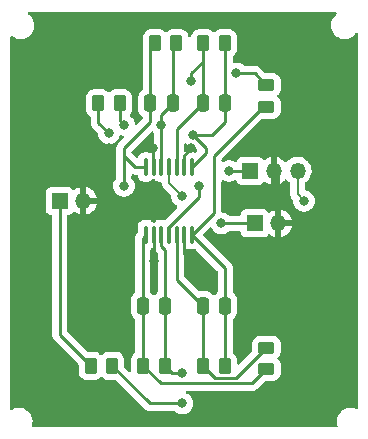
<source format=gbr>
%TF.GenerationSoftware,KiCad,Pcbnew,(6.0.2)*%
%TF.CreationDate,2022-05-06T08:02:59-03:00*%
%TF.ProjectId,Nono_Circuito_SMD,4e6f6e6f-5f43-4697-9263-7569746f5f53,rev?*%
%TF.SameCoordinates,Original*%
%TF.FileFunction,Copper,L1,Top*%
%TF.FilePolarity,Positive*%
%FSLAX46Y46*%
G04 Gerber Fmt 4.6, Leading zero omitted, Abs format (unit mm)*
G04 Created by KiCad (PCBNEW (6.0.2)) date 2022-05-06 08:02:59*
%MOMM*%
%LPD*%
G01*
G04 APERTURE LIST*
G04 Aperture macros list*
%AMRoundRect*
0 Rectangle with rounded corners*
0 $1 Rounding radius*
0 $2 $3 $4 $5 $6 $7 $8 $9 X,Y pos of 4 corners*
0 Add a 4 corners polygon primitive as box body*
4,1,4,$2,$3,$4,$5,$6,$7,$8,$9,$2,$3,0*
0 Add four circle primitives for the rounded corners*
1,1,$1+$1,$2,$3*
1,1,$1+$1,$4,$5*
1,1,$1+$1,$6,$7*
1,1,$1+$1,$8,$9*
0 Add four rect primitives between the rounded corners*
20,1,$1+$1,$2,$3,$4,$5,0*
20,1,$1+$1,$4,$5,$6,$7,0*
20,1,$1+$1,$6,$7,$8,$9,0*
20,1,$1+$1,$8,$9,$2,$3,0*%
G04 Aperture macros list end*
%TA.AperFunction,SMDPad,CuDef*%
%ADD10RoundRect,0.250000X0.450000X-0.262500X0.450000X0.262500X-0.450000X0.262500X-0.450000X-0.262500X0*%
%TD*%
%TA.AperFunction,SMDPad,CuDef*%
%ADD11RoundRect,0.250000X-0.262500X-0.450000X0.262500X-0.450000X0.262500X0.450000X-0.262500X0.450000X0*%
%TD*%
%TA.AperFunction,SMDPad,CuDef*%
%ADD12RoundRect,0.100000X0.100000X-0.637500X0.100000X0.637500X-0.100000X0.637500X-0.100000X-0.637500X0*%
%TD*%
%TA.AperFunction,SMDPad,CuDef*%
%ADD13RoundRect,0.250000X-0.250000X-0.475000X0.250000X-0.475000X0.250000X0.475000X-0.250000X0.475000X0*%
%TD*%
%TA.AperFunction,ComponentPad*%
%ADD14R,1.350000X1.350000*%
%TD*%
%TA.AperFunction,ComponentPad*%
%ADD15O,1.350000X1.350000*%
%TD*%
%TA.AperFunction,SMDPad,CuDef*%
%ADD16RoundRect,0.250000X0.250000X0.475000X-0.250000X0.475000X-0.250000X-0.475000X0.250000X-0.475000X0*%
%TD*%
%TA.AperFunction,SMDPad,CuDef*%
%ADD17RoundRect,0.250000X0.262500X0.450000X-0.262500X0.450000X-0.262500X-0.450000X0.262500X-0.450000X0*%
%TD*%
%TA.AperFunction,ViaPad*%
%ADD18C,0.800000*%
%TD*%
%TA.AperFunction,Conductor*%
%ADD19C,0.250000*%
%TD*%
%TA.AperFunction,Conductor*%
%ADD20C,0.200000*%
%TD*%
G04 APERTURE END LIST*
D10*
%TO.P,R5,1*%
%TO.N,Net-(C1-Pad2)*%
X101600000Y-108862500D03*
%TO.P,R5,2*%
%TO.N,Net-(C3-Pad1)*%
X101600000Y-107037500D03*
%TD*%
D11*
%TO.P,R4,1*%
%TO.N,Net-(C2-Pad1)*%
X96242500Y-81280000D03*
%TO.P,R4,2*%
%TO.N,Net-(C2-Pad2)*%
X98067500Y-81280000D03*
%TD*%
D12*
%TO.P,U1,1*%
%TO.N,Net-(C1-Pad2)*%
X91395000Y-97477500D03*
%TO.P,U1,2,-*%
%TO.N,GND*%
X92045000Y-97477500D03*
%TO.P,U1,3,+*%
%TO.N,Net-(C1-Pad1)*%
X92695000Y-97477500D03*
%TO.P,U1,4,V+*%
%TO.N,+12V*%
X93345000Y-97477500D03*
%TO.P,U1,5,+*%
%TO.N,Net-(C3-Pad1)*%
X93995000Y-97477500D03*
%TO.P,U1,6,-*%
%TO.N,GND*%
X94645000Y-97477500D03*
%TO.P,U1,7*%
%TO.N,Net-(C3-Pad2)*%
X95295000Y-97477500D03*
%TO.P,U1,8*%
%TO.N,Net-(C2-Pad2)*%
X95295000Y-91752500D03*
%TO.P,U1,9,-*%
%TO.N,GND*%
X94645000Y-91752500D03*
%TO.P,U1,10,+*%
%TO.N,Net-(C2-Pad1)*%
X93995000Y-91752500D03*
%TO.P,U1,11,V-*%
%TO.N,-12V*%
X93345000Y-91752500D03*
%TO.P,U1,12,+*%
%TO.N,Net-(C4-Pad1)*%
X92695000Y-91752500D03*
%TO.P,U1,13,-*%
%TO.N,GND*%
X92045000Y-91752500D03*
%TO.P,U1,14*%
%TO.N,Net-(C4-Pad2)*%
X91395000Y-91752500D03*
%TD*%
D13*
%TO.P,C3,1*%
%TO.N,Net-(C3-Pad1)*%
X96205000Y-103505000D03*
%TO.P,C3,2*%
%TO.N,Net-(C3-Pad2)*%
X98105000Y-103505000D03*
%TD*%
D14*
%TO.P,J2,1,Pin_1*%
%TO.N,Net-(C4-Pad2)*%
X100600000Y-96520000D03*
D15*
%TO.P,J2,2,Pin_2*%
%TO.N,GND*%
X102600000Y-96520000D03*
%TD*%
D16*
%TO.P,C4,1*%
%TO.N,Net-(C4-Pad1)*%
X93660000Y-86360000D03*
%TO.P,C4,2*%
%TO.N,Net-(C4-Pad2)*%
X91760000Y-86360000D03*
%TD*%
D17*
%TO.P,R3,1*%
%TO.N,Net-(C1-Pad1)*%
X92987500Y-108585000D03*
%TO.P,R3,2*%
%TO.N,Net-(C1-Pad2)*%
X91162500Y-108585000D03*
%TD*%
D14*
%TO.P,J3,1,Pin_1*%
%TO.N,+12V*%
X100235000Y-92075000D03*
D15*
%TO.P,J3,2,Pin_2*%
%TO.N,GND*%
X102235000Y-92075000D03*
%TO.P,J3,3,Pin_3*%
%TO.N,-12V*%
X104235000Y-92075000D03*
%TD*%
D17*
%TO.P,R8,1*%
%TO.N,Net-(C4-Pad1)*%
X93980000Y-81280000D03*
%TO.P,R8,2*%
%TO.N,Net-(C4-Pad2)*%
X92155000Y-81280000D03*
%TD*%
D13*
%TO.P,C2,1*%
%TO.N,Net-(C2-Pad1)*%
X96205000Y-86360000D03*
%TO.P,C2,2*%
%TO.N,Net-(C2-Pad2)*%
X98105000Y-86360000D03*
%TD*%
D11*
%TO.P,R7,1*%
%TO.N,Net-(C3-Pad1)*%
X96242500Y-108585000D03*
%TO.P,R7,2*%
%TO.N,Net-(C3-Pad2)*%
X98067500Y-108585000D03*
%TD*%
D16*
%TO.P,C1,1*%
%TO.N,Net-(C1-Pad1)*%
X93025000Y-103505000D03*
%TO.P,C1,2*%
%TO.N,Net-(C1-Pad2)*%
X91125000Y-103505000D03*
%TD*%
D10*
%TO.P,R2,1*%
%TO.N,Net-(C3-Pad2)*%
X101600000Y-86637500D03*
%TO.P,R2,2*%
%TO.N,Net-(C2-Pad1)*%
X101600000Y-84812500D03*
%TD*%
D14*
%TO.P,J1,1,Pin_1*%
%TO.N,Net-(J1-Pad1)*%
X84090000Y-94615000D03*
D15*
%TO.P,J1,2,Pin_2*%
%TO.N,GND*%
X86090000Y-94615000D03*
%TD*%
D11*
%TO.P,R1,1*%
%TO.N,Net-(J1-Pad1)*%
X86717500Y-108585000D03*
%TO.P,R1,2*%
%TO.N,Net-(C1-Pad1)*%
X88542500Y-108585000D03*
%TD*%
%TO.P,R6,1*%
%TO.N,Net-(C2-Pad2)*%
X87352500Y-86360000D03*
%TO.P,R6,2*%
%TO.N,Net-(C4-Pad1)*%
X89177500Y-86360000D03*
%TD*%
D18*
%TO.N,Net-(C1-Pad1)*%
X94488000Y-109220000D03*
X94488000Y-111760000D03*
%TO.N,Net-(C2-Pad1)*%
X99060000Y-83820000D03*
X95250000Y-84455000D03*
%TO.N,Net-(C2-Pad2)*%
X88265000Y-88900000D03*
X95407500Y-89057500D03*
%TO.N,Net-(C4-Pad1)*%
X92710000Y-88175500D03*
X89535000Y-88175500D03*
%TO.N,Net-(C4-Pad2)*%
X89535000Y-93345000D03*
X97790000Y-96520000D03*
%TO.N,GND*%
X95250000Y-90170000D03*
X102235000Y-89535000D03*
X95250000Y-99695000D03*
X92075000Y-99695000D03*
X88265000Y-90170000D03*
X91970500Y-90170000D03*
%TO.N,+12V*%
X95885000Y-93345000D03*
X98425000Y-92075000D03*
%TO.N,-12V*%
X94420201Y-94174799D03*
X104775000Y-94615000D03*
%TD*%
D19*
%TO.N,Net-(C1-Pad1)*%
X94488000Y-109220000D02*
X93622500Y-109220000D01*
X88542500Y-108585000D02*
X91717500Y-111760000D01*
X91717500Y-111760000D02*
X94488000Y-111760000D01*
X93622500Y-109220000D02*
X92987500Y-108585000D01*
X93025000Y-98740000D02*
X92695000Y-98410000D01*
X93025000Y-103505000D02*
X93025000Y-108547500D01*
X93025000Y-108547500D02*
X92987500Y-108585000D01*
X92695000Y-98410000D02*
X92695000Y-97477500D01*
X93025000Y-103505000D02*
X93025000Y-98740000D01*
%TO.N,Net-(C1-Pad2)*%
X101600000Y-108862500D02*
X100403460Y-110059040D01*
X91125000Y-103505000D02*
X91125000Y-97747500D01*
X91125000Y-108547500D02*
X91162500Y-108585000D01*
X91125000Y-103505000D02*
X91125000Y-108547500D01*
X92636540Y-110059040D02*
X91162500Y-108585000D01*
X100403460Y-110059040D02*
X92636540Y-110059040D01*
X91125000Y-97747500D02*
X91395000Y-97477500D01*
%TO.N,Net-(C2-Pad1)*%
X96205000Y-86360000D02*
X93995000Y-88570000D01*
X101600000Y-84812500D02*
X100607500Y-83820000D01*
X96205000Y-82870000D02*
X96205000Y-81317500D01*
X95250000Y-84455000D02*
X95250000Y-83825000D01*
X95250000Y-83825000D02*
X96205000Y-82870000D01*
X93995000Y-88570000D02*
X93995000Y-91752500D01*
X96205000Y-86360000D02*
X96205000Y-82870000D01*
X96205000Y-81317500D02*
X96242500Y-81280000D01*
X100607500Y-83820000D02*
X99060000Y-83820000D01*
%TO.N,Net-(C2-Pad2)*%
X96997500Y-89057500D02*
X95407500Y-89057500D01*
X95407500Y-89057500D02*
X95295000Y-89170000D01*
X96520000Y-90527500D02*
X95295000Y-91752500D01*
X98105000Y-86360000D02*
X98105000Y-87950000D01*
X98105000Y-81317500D02*
X98067500Y-81280000D01*
X96520000Y-90170000D02*
X96520000Y-90527500D01*
X87352500Y-86360000D02*
X87352500Y-87987500D01*
X87352500Y-87987500D02*
X88265000Y-88900000D01*
X98105000Y-87950000D02*
X96997500Y-89057500D01*
X98105000Y-86360000D02*
X98105000Y-81317500D01*
X95407500Y-89057500D02*
X96520000Y-90170000D01*
%TO.N,Net-(C3-Pad1)*%
X97267020Y-109609520D02*
X96242500Y-108585000D01*
X101600000Y-107037500D02*
X99027980Y-109609520D01*
X96205000Y-103505000D02*
X96205000Y-108547500D01*
X93995000Y-101295000D02*
X96205000Y-103505000D01*
X93995000Y-97477500D02*
X93995000Y-101295000D01*
X96205000Y-108547500D02*
X96242500Y-108585000D01*
X99027980Y-109609520D02*
X97267020Y-109609520D01*
%TO.N,Net-(C3-Pad2)*%
X98105000Y-103505000D02*
X98105000Y-100287500D01*
X97155000Y-90805000D02*
X97155000Y-95617500D01*
X98105000Y-100287500D02*
X95295000Y-97477500D01*
X97155000Y-95617500D02*
X95295000Y-97477500D01*
X101600000Y-86637500D02*
X101322500Y-86637500D01*
X101322500Y-86637500D02*
X97155000Y-90805000D01*
X98105000Y-108547500D02*
X98067500Y-108585000D01*
X98105000Y-103505000D02*
X98105000Y-108547500D01*
%TO.N,Net-(C4-Pad1)*%
X92695000Y-87325000D02*
X92695000Y-91752500D01*
X93660000Y-86360000D02*
X92695000Y-87325000D01*
X93660000Y-86360000D02*
X93660000Y-81600000D01*
X89177500Y-87818000D02*
X89535000Y-88175500D01*
X93660000Y-81600000D02*
X93980000Y-81280000D01*
X89177500Y-86360000D02*
X89177500Y-87818000D01*
%TO.N,Net-(C4-Pad2)*%
X91760000Y-87945000D02*
X89535000Y-90170000D01*
X91760000Y-86360000D02*
X91760000Y-81675000D01*
X89535000Y-93345000D02*
X89535000Y-90805000D01*
X91760000Y-81675000D02*
X92155000Y-81280000D01*
X90482500Y-91752500D02*
X91395000Y-91752500D01*
X91760000Y-86360000D02*
X91395000Y-86725000D01*
X89535000Y-90170000D02*
X89535000Y-90805000D01*
X91760000Y-86360000D02*
X91760000Y-87945000D01*
X100600000Y-96520000D02*
X97790000Y-96520000D01*
X89535000Y-90805000D02*
X90482500Y-91752500D01*
%TO.N,Net-(J1-Pad1)*%
X84090000Y-105957500D02*
X84090000Y-94615000D01*
X86717500Y-108585000D02*
X84090000Y-105957500D01*
%TO.N,GND*%
X95250000Y-99695000D02*
X94645000Y-99090000D01*
X102235000Y-92075000D02*
X102235000Y-89535000D01*
X102600000Y-92440000D02*
X102235000Y-92075000D01*
X94645000Y-99090000D02*
X94645000Y-97477500D01*
X94645000Y-90775000D02*
X94645000Y-91752500D01*
X92045000Y-99665000D02*
X92075000Y-99695000D01*
X91970500Y-90170000D02*
X91970500Y-91678000D01*
X86090000Y-94615000D02*
X86090000Y-92345000D01*
X86090000Y-92345000D02*
X88265000Y-90170000D01*
X102600000Y-96520000D02*
X102600000Y-92440000D01*
X92045000Y-97477500D02*
X92045000Y-99665000D01*
X95250000Y-90170000D02*
X94645000Y-90775000D01*
X91970500Y-91678000D02*
X92045000Y-91752500D01*
%TO.N,+12V*%
X95885000Y-93980000D02*
X95885000Y-93345000D01*
X95885000Y-94249639D02*
X95885000Y-93980000D01*
X93345000Y-96789639D02*
X95885000Y-94249639D01*
X98425000Y-92075000D02*
X100235000Y-92075000D01*
X93345000Y-97477500D02*
X93345000Y-96789639D01*
D20*
%TO.N,-12V*%
X93345000Y-91752500D02*
X93345000Y-93099598D01*
X93345000Y-93099598D02*
X94420201Y-94174799D01*
X104235000Y-94075000D02*
X104235000Y-92075000D01*
X104775000Y-94615000D02*
X104235000Y-94075000D01*
%TD*%
%TA.AperFunction,Conductor*%
%TO.N,GND*%
G36*
X107507028Y-78633002D02*
G01*
X107553521Y-78686658D01*
X107563625Y-78756932D01*
X107534131Y-78821512D01*
X107521985Y-78833732D01*
X107508781Y-78845312D01*
X107371345Y-78965840D01*
X107241293Y-79130810D01*
X107238604Y-79135921D01*
X107238602Y-79135924D01*
X107188970Y-79230259D01*
X107143481Y-79316719D01*
X107081187Y-79517339D01*
X107056496Y-79725952D01*
X107058466Y-79756000D01*
X107070236Y-79935571D01*
X107121945Y-80139176D01*
X107209892Y-80329948D01*
X107331132Y-80501499D01*
X107481605Y-80648084D01*
X107486401Y-80651289D01*
X107486404Y-80651291D01*
X107605183Y-80730656D01*
X107656271Y-80764792D01*
X107661574Y-80767070D01*
X107661577Y-80767072D01*
X107698225Y-80782817D01*
X107849280Y-80847715D01*
X107949192Y-80870323D01*
X108048533Y-80892802D01*
X108048536Y-80892802D01*
X108054169Y-80894077D01*
X108059940Y-80894304D01*
X108059942Y-80894304D01*
X108124800Y-80896852D01*
X108264076Y-80902324D01*
X108369455Y-80887045D01*
X108466250Y-80873011D01*
X108466255Y-80873010D01*
X108471971Y-80872181D01*
X108477443Y-80870323D01*
X108477445Y-80870323D01*
X108665424Y-80806512D01*
X108670892Y-80804656D01*
X108854176Y-80702012D01*
X109015686Y-80567686D01*
X109074126Y-80497419D01*
X109124126Y-80437301D01*
X109183063Y-80397717D01*
X109254045Y-80396281D01*
X109314536Y-80433448D01*
X109345329Y-80497419D01*
X109347000Y-80517870D01*
X109347000Y-112114979D01*
X109326998Y-112183100D01*
X109273342Y-112229593D01*
X109203068Y-112239697D01*
X109174312Y-112232009D01*
X109038020Y-112177635D01*
X108847402Y-112139718D01*
X108837654Y-112137779D01*
X108837653Y-112137779D01*
X108831988Y-112136652D01*
X108826214Y-112136576D01*
X108826210Y-112136576D01*
X108719656Y-112135182D01*
X108621937Y-112133903D01*
X108616240Y-112134882D01*
X108616239Y-112134882D01*
X108478802Y-112158498D01*
X108414902Y-112169478D01*
X108217818Y-112242186D01*
X108212857Y-112245138D01*
X108212856Y-112245138D01*
X108042251Y-112346637D01*
X108042248Y-112346639D01*
X108037283Y-112349593D01*
X107879345Y-112488101D01*
X107749293Y-112653071D01*
X107651481Y-112838980D01*
X107589187Y-113039600D01*
X107564496Y-113248213D01*
X107566466Y-113278261D01*
X107578236Y-113457832D01*
X107615591Y-113604916D01*
X107623227Y-113634985D01*
X107620609Y-113705933D01*
X107580048Y-113764203D01*
X107514424Y-113791294D01*
X107501104Y-113792000D01*
X81855535Y-113792000D01*
X81787414Y-113771998D01*
X81740921Y-113718342D01*
X81730817Y-113648068D01*
X81736222Y-113625499D01*
X81759322Y-113557449D01*
X81759323Y-113557444D01*
X81761181Y-113551971D01*
X81762010Y-113546255D01*
X81762011Y-113546250D01*
X81790791Y-113347750D01*
X81791324Y-113344076D01*
X81792897Y-113284000D01*
X81773675Y-113074812D01*
X81765363Y-113045337D01*
X81718222Y-112878190D01*
X81718221Y-112878188D01*
X81716654Y-112872631D01*
X81702781Y-112844498D01*
X81626298Y-112689406D01*
X81623743Y-112684225D01*
X81498054Y-112515907D01*
X81418912Y-112442749D01*
X81348036Y-112377232D01*
X81348034Y-112377230D01*
X81343795Y-112373312D01*
X81338598Y-112370033D01*
X81171014Y-112264295D01*
X81166134Y-112261216D01*
X80971020Y-112183374D01*
X80764988Y-112142391D01*
X80759214Y-112142315D01*
X80759210Y-112142315D01*
X80652656Y-112140921D01*
X80554937Y-112139642D01*
X80549240Y-112140621D01*
X80549239Y-112140621D01*
X80353599Y-112174238D01*
X80347902Y-112175217D01*
X80150818Y-112247925D01*
X80145857Y-112250877D01*
X80145856Y-112250877D01*
X80073423Y-112293970D01*
X80004652Y-112311610D01*
X79937262Y-112289269D01*
X79892649Y-112234041D01*
X79883000Y-112185685D01*
X79883000Y-95338134D01*
X82906500Y-95338134D01*
X82913255Y-95400316D01*
X82964385Y-95536705D01*
X83051739Y-95653261D01*
X83168295Y-95740615D01*
X83304684Y-95791745D01*
X83331914Y-95794703D01*
X83344108Y-95796028D01*
X83409670Y-95823270D01*
X83450096Y-95881634D01*
X83456500Y-95921291D01*
X83456500Y-105878733D01*
X83455973Y-105889916D01*
X83454298Y-105897409D01*
X83454547Y-105905335D01*
X83454547Y-105905336D01*
X83456438Y-105965486D01*
X83456500Y-105969445D01*
X83456500Y-105997356D01*
X83456997Y-106001290D01*
X83456997Y-106001291D01*
X83457005Y-106001356D01*
X83457938Y-106013193D01*
X83459327Y-106057389D01*
X83464978Y-106076839D01*
X83468987Y-106096200D01*
X83471526Y-106116297D01*
X83474445Y-106123668D01*
X83474445Y-106123670D01*
X83487804Y-106157412D01*
X83491649Y-106168642D01*
X83503982Y-106211093D01*
X83508015Y-106217912D01*
X83508017Y-106217917D01*
X83514293Y-106228528D01*
X83522988Y-106246276D01*
X83530448Y-106265117D01*
X83535110Y-106271533D01*
X83535110Y-106271534D01*
X83556436Y-106300887D01*
X83562952Y-106310807D01*
X83585458Y-106348862D01*
X83599779Y-106363183D01*
X83612619Y-106378216D01*
X83624528Y-106394607D01*
X83630634Y-106399658D01*
X83658605Y-106422798D01*
X83667384Y-106430788D01*
X85659595Y-108422999D01*
X85693621Y-108485311D01*
X85696500Y-108512094D01*
X85696500Y-109085400D01*
X85696837Y-109088646D01*
X85696837Y-109088650D01*
X85705807Y-109175095D01*
X85707474Y-109191166D01*
X85763450Y-109358946D01*
X85856522Y-109509348D01*
X85981697Y-109634305D01*
X85987927Y-109638145D01*
X85987928Y-109638146D01*
X86125090Y-109722694D01*
X86132262Y-109727115D01*
X86212005Y-109753564D01*
X86293611Y-109780632D01*
X86293613Y-109780632D01*
X86300139Y-109782797D01*
X86306975Y-109783497D01*
X86306978Y-109783498D01*
X86350031Y-109787909D01*
X86404600Y-109793500D01*
X87030400Y-109793500D01*
X87033646Y-109793163D01*
X87033650Y-109793163D01*
X87129308Y-109783238D01*
X87129312Y-109783237D01*
X87136166Y-109782526D01*
X87142702Y-109780345D01*
X87142704Y-109780345D01*
X87274806Y-109736272D01*
X87303946Y-109726550D01*
X87454348Y-109633478D01*
X87540784Y-109546891D01*
X87603066Y-109512812D01*
X87673886Y-109517815D01*
X87718976Y-109546736D01*
X87806697Y-109634305D01*
X87812927Y-109638145D01*
X87812928Y-109638146D01*
X87950090Y-109722694D01*
X87957262Y-109727115D01*
X88037005Y-109753564D01*
X88118611Y-109780632D01*
X88118613Y-109780632D01*
X88125139Y-109782797D01*
X88131975Y-109783497D01*
X88131978Y-109783498D01*
X88175031Y-109787909D01*
X88229600Y-109793500D01*
X88802906Y-109793500D01*
X88871027Y-109813502D01*
X88892001Y-109830405D01*
X91213848Y-112152253D01*
X91221388Y-112160539D01*
X91225500Y-112167018D01*
X91231277Y-112172443D01*
X91275151Y-112213643D01*
X91277993Y-112216398D01*
X91297730Y-112236135D01*
X91300927Y-112238615D01*
X91309947Y-112246318D01*
X91342179Y-112276586D01*
X91349125Y-112280405D01*
X91349128Y-112280407D01*
X91359934Y-112286348D01*
X91376453Y-112297199D01*
X91392459Y-112309614D01*
X91399728Y-112312759D01*
X91399732Y-112312762D01*
X91433037Y-112327174D01*
X91443687Y-112332391D01*
X91482440Y-112353695D01*
X91490115Y-112355666D01*
X91490116Y-112355666D01*
X91502062Y-112358733D01*
X91520767Y-112365137D01*
X91539355Y-112373181D01*
X91547178Y-112374420D01*
X91547188Y-112374423D01*
X91583024Y-112380099D01*
X91594644Y-112382505D01*
X91629789Y-112391528D01*
X91637470Y-112393500D01*
X91657724Y-112393500D01*
X91677434Y-112395051D01*
X91697443Y-112398220D01*
X91705335Y-112397474D01*
X91741461Y-112394059D01*
X91753319Y-112393500D01*
X93779800Y-112393500D01*
X93847921Y-112413502D01*
X93867147Y-112429843D01*
X93867420Y-112429540D01*
X93872332Y-112433963D01*
X93876747Y-112438866D01*
X93898329Y-112454546D01*
X93977395Y-112511991D01*
X94031248Y-112551118D01*
X94037276Y-112553802D01*
X94037278Y-112553803D01*
X94199681Y-112626109D01*
X94205712Y-112628794D01*
X94298581Y-112648534D01*
X94386056Y-112667128D01*
X94386061Y-112667128D01*
X94392513Y-112668500D01*
X94583487Y-112668500D01*
X94589939Y-112667128D01*
X94589944Y-112667128D01*
X94677419Y-112648534D01*
X94770288Y-112628794D01*
X94776319Y-112626109D01*
X94938722Y-112553803D01*
X94938724Y-112553802D01*
X94944752Y-112551118D01*
X95099253Y-112438866D01*
X95135851Y-112398220D01*
X95222621Y-112301852D01*
X95222622Y-112301851D01*
X95227040Y-112296944D01*
X95292768Y-112183100D01*
X95319223Y-112137279D01*
X95319224Y-112137278D01*
X95322527Y-112131556D01*
X95381542Y-111949928D01*
X95401504Y-111760000D01*
X95381542Y-111570072D01*
X95322527Y-111388444D01*
X95227040Y-111223056D01*
X95099253Y-111081134D01*
X94944752Y-110968882D01*
X94938724Y-110966198D01*
X94938722Y-110966197D01*
X94865613Y-110933647D01*
X94811517Y-110887667D01*
X94790868Y-110819739D01*
X94810220Y-110751431D01*
X94863431Y-110704430D01*
X94916862Y-110692540D01*
X100324693Y-110692540D01*
X100335876Y-110693067D01*
X100343369Y-110694742D01*
X100351295Y-110694493D01*
X100351296Y-110694493D01*
X100411446Y-110692602D01*
X100415405Y-110692540D01*
X100443316Y-110692540D01*
X100447251Y-110692043D01*
X100447316Y-110692035D01*
X100459153Y-110691102D01*
X100491411Y-110690088D01*
X100495430Y-110689962D01*
X100503349Y-110689713D01*
X100522803Y-110684061D01*
X100542160Y-110680053D01*
X100554390Y-110678508D01*
X100554391Y-110678508D01*
X100562257Y-110677514D01*
X100569628Y-110674595D01*
X100569630Y-110674595D01*
X100603372Y-110661236D01*
X100614602Y-110657391D01*
X100649443Y-110647269D01*
X100649444Y-110647269D01*
X100657053Y-110645058D01*
X100663872Y-110641025D01*
X100663877Y-110641023D01*
X100674488Y-110634747D01*
X100692236Y-110626052D01*
X100711077Y-110618592D01*
X100731447Y-110603793D01*
X100746847Y-110592604D01*
X100756767Y-110586088D01*
X100787995Y-110567620D01*
X100787998Y-110567618D01*
X100794822Y-110563582D01*
X100809143Y-110549261D01*
X100824177Y-110536420D01*
X100825892Y-110535174D01*
X100840567Y-110524512D01*
X100845617Y-110518408D01*
X100845622Y-110518403D01*
X100868753Y-110490442D01*
X100876743Y-110481661D01*
X101438001Y-109920404D01*
X101500313Y-109886379D01*
X101527096Y-109883500D01*
X102100400Y-109883500D01*
X102103646Y-109883163D01*
X102103650Y-109883163D01*
X102199308Y-109873238D01*
X102199312Y-109873237D01*
X102206166Y-109872526D01*
X102212702Y-109870345D01*
X102212704Y-109870345D01*
X102366998Y-109818868D01*
X102373946Y-109816550D01*
X102524348Y-109723478D01*
X102649305Y-109598303D01*
X102680996Y-109546891D01*
X102738275Y-109453968D01*
X102738276Y-109453966D01*
X102742115Y-109447738D01*
X102771566Y-109358946D01*
X102795632Y-109286389D01*
X102795632Y-109286387D01*
X102797797Y-109279861D01*
X102808500Y-109175400D01*
X102808500Y-108549600D01*
X102807622Y-108541134D01*
X102798238Y-108450692D01*
X102798237Y-108450688D01*
X102797526Y-108443834D01*
X102793833Y-108432763D01*
X102743868Y-108283002D01*
X102741550Y-108276054D01*
X102648478Y-108125652D01*
X102561891Y-108039216D01*
X102527812Y-107976934D01*
X102532815Y-107906114D01*
X102561736Y-107861025D01*
X102644134Y-107778483D01*
X102649305Y-107773303D01*
X102667414Y-107743925D01*
X102738275Y-107628968D01*
X102738276Y-107628966D01*
X102742115Y-107622738D01*
X102784917Y-107493693D01*
X102795632Y-107461389D01*
X102795632Y-107461387D01*
X102797797Y-107454861D01*
X102808500Y-107350400D01*
X102808500Y-106724600D01*
X102797526Y-106618834D01*
X102741550Y-106451054D01*
X102648478Y-106300652D01*
X102523303Y-106175695D01*
X102493643Y-106157412D01*
X102378968Y-106086725D01*
X102378966Y-106086724D01*
X102372738Y-106082885D01*
X102212254Y-106029655D01*
X102211389Y-106029368D01*
X102211387Y-106029368D01*
X102204861Y-106027203D01*
X102198025Y-106026503D01*
X102198022Y-106026502D01*
X102154969Y-106022091D01*
X102100400Y-106016500D01*
X101099600Y-106016500D01*
X101096354Y-106016837D01*
X101096350Y-106016837D01*
X101000692Y-106026762D01*
X101000688Y-106026763D01*
X100993834Y-106027474D01*
X100987298Y-106029655D01*
X100987296Y-106029655D01*
X100927904Y-106049470D01*
X100826054Y-106083450D01*
X100675652Y-106176522D01*
X100550695Y-106301697D01*
X100546855Y-106307927D01*
X100546854Y-106307928D01*
X100473718Y-106426577D01*
X100457885Y-106452262D01*
X100402203Y-106620139D01*
X100391500Y-106724600D01*
X100391500Y-107297906D01*
X100371498Y-107366027D01*
X100354595Y-107387001D01*
X99303595Y-108438000D01*
X99241283Y-108472026D01*
X99170467Y-108466961D01*
X99113632Y-108424414D01*
X99088821Y-108357894D01*
X99088500Y-108348905D01*
X99088500Y-108084600D01*
X99083791Y-108039216D01*
X99078238Y-107985692D01*
X99078237Y-107985688D01*
X99077526Y-107978834D01*
X99021550Y-107811054D01*
X98928478Y-107660652D01*
X98803303Y-107535695D01*
X98797072Y-107531854D01*
X98791327Y-107527317D01*
X98792377Y-107525987D01*
X98750892Y-107479893D01*
X98738500Y-107425403D01*
X98738500Y-104704899D01*
X98758502Y-104636778D01*
X98798197Y-104597755D01*
X98823120Y-104582332D01*
X98829348Y-104578478D01*
X98954305Y-104453303D01*
X99047115Y-104302738D01*
X99102797Y-104134861D01*
X99113500Y-104030400D01*
X99113500Y-102979600D01*
X99102526Y-102873834D01*
X99046550Y-102706054D01*
X98953478Y-102555652D01*
X98828303Y-102430695D01*
X98798382Y-102412251D01*
X98750890Y-102359478D01*
X98738500Y-102304992D01*
X98738500Y-100366267D01*
X98739027Y-100355084D01*
X98740702Y-100347591D01*
X98738562Y-100279514D01*
X98738500Y-100275555D01*
X98738500Y-100247644D01*
X98737995Y-100243644D01*
X98737062Y-100231801D01*
X98735922Y-100195529D01*
X98735673Y-100187610D01*
X98730022Y-100168158D01*
X98726014Y-100148806D01*
X98724467Y-100136563D01*
X98723474Y-100128703D01*
X98720556Y-100121332D01*
X98707200Y-100087597D01*
X98703355Y-100076370D01*
X98702721Y-100074187D01*
X98691018Y-100033907D01*
X98680707Y-100016472D01*
X98672012Y-99998724D01*
X98664552Y-99979883D01*
X98638564Y-99944113D01*
X98632048Y-99934193D01*
X98613580Y-99902965D01*
X98613578Y-99902962D01*
X98609542Y-99896138D01*
X98595221Y-99881817D01*
X98582380Y-99866783D01*
X98575131Y-99856806D01*
X98570472Y-99850393D01*
X98536395Y-99822202D01*
X98527616Y-99814212D01*
X96279999Y-97566595D01*
X96245973Y-97504283D01*
X96251038Y-97433468D01*
X96279999Y-97388405D01*
X96773981Y-96894423D01*
X96836293Y-96860397D01*
X96907108Y-96865462D01*
X96963944Y-96908009D01*
X96972189Y-96920509D01*
X97050960Y-97056944D01*
X97178747Y-97198866D01*
X97333248Y-97311118D01*
X97339276Y-97313802D01*
X97339278Y-97313803D01*
X97501681Y-97386109D01*
X97507712Y-97388794D01*
X97590791Y-97406453D01*
X97688056Y-97427128D01*
X97688061Y-97427128D01*
X97694513Y-97428500D01*
X97885487Y-97428500D01*
X97891939Y-97427128D01*
X97891944Y-97427128D01*
X97989209Y-97406453D01*
X98072288Y-97388794D01*
X98078319Y-97386109D01*
X98240722Y-97313803D01*
X98240724Y-97313802D01*
X98246752Y-97311118D01*
X98277161Y-97289025D01*
X98379671Y-97214546D01*
X98401253Y-97198866D01*
X98405668Y-97193963D01*
X98410580Y-97189540D01*
X98411705Y-97190789D01*
X98465014Y-97157949D01*
X98498200Y-97153500D01*
X99293709Y-97153500D01*
X99361830Y-97173502D01*
X99408323Y-97227158D01*
X99418972Y-97265892D01*
X99423255Y-97305316D01*
X99474385Y-97441705D01*
X99561739Y-97558261D01*
X99678295Y-97645615D01*
X99814684Y-97696745D01*
X99876866Y-97703500D01*
X101323134Y-97703500D01*
X101385316Y-97696745D01*
X101521705Y-97645615D01*
X101638261Y-97558261D01*
X101695515Y-97481867D01*
X101752373Y-97439353D01*
X101823191Y-97434327D01*
X101866342Y-97452668D01*
X102028299Y-97560884D01*
X102038409Y-97566374D01*
X102227566Y-97647642D01*
X102238499Y-97651194D01*
X102328332Y-97671521D01*
X102342405Y-97670632D01*
X102346000Y-97661233D01*
X102346000Y-97660512D01*
X102854000Y-97660512D01*
X102857966Y-97674018D01*
X102871883Y-97676011D01*
X102882817Y-97673386D01*
X103077763Y-97607210D01*
X103088272Y-97602531D01*
X103267882Y-97501944D01*
X103277375Y-97495420D01*
X103435653Y-97363782D01*
X103443782Y-97355653D01*
X103575420Y-97197375D01*
X103581944Y-97187882D01*
X103682531Y-97008272D01*
X103687210Y-96997763D01*
X103753386Y-96802817D01*
X103756017Y-96791857D01*
X103754040Y-96777992D01*
X103740474Y-96774000D01*
X102872115Y-96774000D01*
X102856876Y-96778475D01*
X102855671Y-96779865D01*
X102854000Y-96787548D01*
X102854000Y-97660512D01*
X102346000Y-97660512D01*
X102346000Y-96247885D01*
X102854000Y-96247885D01*
X102858475Y-96263124D01*
X102859865Y-96264329D01*
X102867548Y-96266000D01*
X103739485Y-96266000D01*
X103753016Y-96262027D01*
X103754185Y-96253892D01*
X103710725Y-96099794D01*
X103706603Y-96089055D01*
X103615549Y-95904417D01*
X103609538Y-95894608D01*
X103486360Y-95729651D01*
X103478671Y-95721111D01*
X103327490Y-95581361D01*
X103318365Y-95574360D01*
X103144255Y-95464505D01*
X103134008Y-95459284D01*
X102942793Y-95382997D01*
X102931767Y-95379730D01*
X102871770Y-95367797D01*
X102858894Y-95368949D01*
X102854000Y-95384102D01*
X102854000Y-96247885D01*
X102346000Y-96247885D01*
X102346000Y-95381337D01*
X102342194Y-95368375D01*
X102327278Y-95366439D01*
X102298202Y-95371435D01*
X102287082Y-95374415D01*
X102093940Y-95445669D01*
X102083562Y-95450619D01*
X101906639Y-95555877D01*
X101897321Y-95562647D01*
X101879893Y-95577931D01*
X101815489Y-95607809D01*
X101745156Y-95598123D01*
X101695989Y-95558765D01*
X101643643Y-95488920D01*
X101643642Y-95488919D01*
X101638261Y-95481739D01*
X101521705Y-95394385D01*
X101385316Y-95343255D01*
X101323134Y-95336500D01*
X99876866Y-95336500D01*
X99814684Y-95343255D01*
X99678295Y-95394385D01*
X99561739Y-95481739D01*
X99474385Y-95598295D01*
X99423255Y-95734684D01*
X99420914Y-95756233D01*
X99418972Y-95774108D01*
X99391730Y-95839670D01*
X99333366Y-95880096D01*
X99293709Y-95886500D01*
X98498200Y-95886500D01*
X98430079Y-95866498D01*
X98410853Y-95850157D01*
X98410580Y-95850460D01*
X98405668Y-95846037D01*
X98401253Y-95841134D01*
X98309000Y-95774108D01*
X98252094Y-95732763D01*
X98252093Y-95732762D01*
X98246752Y-95728882D01*
X98240724Y-95726198D01*
X98240722Y-95726197D01*
X98078319Y-95653891D01*
X98078318Y-95653891D01*
X98072288Y-95651206D01*
X97888302Y-95612098D01*
X97825830Y-95578371D01*
X97791508Y-95516221D01*
X97788500Y-95488852D01*
X97788500Y-92979782D01*
X97808502Y-92911661D01*
X97862158Y-92865168D01*
X97932432Y-92855064D01*
X97967730Y-92867282D01*
X97968248Y-92866118D01*
X98092693Y-92921524D01*
X98142712Y-92943794D01*
X98236113Y-92963647D01*
X98323056Y-92982128D01*
X98323061Y-92982128D01*
X98329513Y-92983500D01*
X98520487Y-92983500D01*
X98526939Y-92982128D01*
X98526944Y-92982128D01*
X98613887Y-92963647D01*
X98707288Y-92943794D01*
X98750210Y-92924684D01*
X98875722Y-92868803D01*
X98875724Y-92868802D01*
X98881752Y-92866118D01*
X98888251Y-92861396D01*
X98889034Y-92861116D01*
X98892811Y-92858936D01*
X98893210Y-92859627D01*
X98955119Y-92837538D01*
X99024270Y-92853619D01*
X99073750Y-92904534D01*
X99080293Y-92919103D01*
X99090064Y-92945166D01*
X99109385Y-92996705D01*
X99196739Y-93113261D01*
X99313295Y-93200615D01*
X99449684Y-93251745D01*
X99511866Y-93258500D01*
X100958134Y-93258500D01*
X101020316Y-93251745D01*
X101156705Y-93200615D01*
X101273261Y-93113261D01*
X101330515Y-93036867D01*
X101387373Y-92994353D01*
X101458191Y-92989327D01*
X101501342Y-93007668D01*
X101663299Y-93115884D01*
X101673409Y-93121374D01*
X101862566Y-93202642D01*
X101873499Y-93206194D01*
X101963332Y-93226521D01*
X101977405Y-93225632D01*
X101981000Y-93216233D01*
X101981000Y-93215512D01*
X102489000Y-93215512D01*
X102492966Y-93229018D01*
X102506883Y-93231011D01*
X102517817Y-93228386D01*
X102712763Y-93162210D01*
X102723272Y-93157531D01*
X102902882Y-93056944D01*
X102912375Y-93050420D01*
X103070653Y-92918782D01*
X103078782Y-92910653D01*
X103134923Y-92843151D01*
X103193861Y-92803567D01*
X103264843Y-92802131D01*
X103327607Y-92841888D01*
X103327868Y-92842193D01*
X103331204Y-92846914D01*
X103335346Y-92850949D01*
X103352112Y-92867282D01*
X103487009Y-92998692D01*
X103570504Y-93054482D01*
X103616030Y-93108959D01*
X103626500Y-93159246D01*
X103626500Y-94026864D01*
X103625422Y-94043307D01*
X103621250Y-94075000D01*
X103626500Y-94114880D01*
X103626500Y-94114885D01*
X103634388Y-94174799D01*
X103642162Y-94233851D01*
X103703476Y-94381876D01*
X103708503Y-94388427D01*
X103708504Y-94388429D01*
X103776520Y-94477069D01*
X103776526Y-94477075D01*
X103801013Y-94508987D01*
X103812888Y-94518099D01*
X103854757Y-94575437D01*
X103861555Y-94614441D01*
X103861496Y-94615000D01*
X103862186Y-94621565D01*
X103875375Y-94747048D01*
X103881458Y-94804928D01*
X103940473Y-94986556D01*
X104035960Y-95151944D01*
X104163747Y-95293866D01*
X104229352Y-95341531D01*
X104297761Y-95391233D01*
X104318248Y-95406118D01*
X104324276Y-95408802D01*
X104324278Y-95408803D01*
X104437661Y-95459284D01*
X104492712Y-95483794D01*
X104586112Y-95503647D01*
X104673056Y-95522128D01*
X104673061Y-95522128D01*
X104679513Y-95523500D01*
X104870487Y-95523500D01*
X104876939Y-95522128D01*
X104876944Y-95522128D01*
X104963888Y-95503647D01*
X105057288Y-95483794D01*
X105112339Y-95459284D01*
X105225722Y-95408803D01*
X105225724Y-95408802D01*
X105231752Y-95406118D01*
X105252240Y-95391233D01*
X105320648Y-95341531D01*
X105386253Y-95293866D01*
X105514040Y-95151944D01*
X105609527Y-94986556D01*
X105668542Y-94804928D01*
X105674626Y-94747048D01*
X105687814Y-94621565D01*
X105688504Y-94615000D01*
X105680629Y-94540070D01*
X105669232Y-94431635D01*
X105669232Y-94431633D01*
X105668542Y-94425072D01*
X105609527Y-94243444D01*
X105603989Y-94233851D01*
X105545321Y-94132237D01*
X105514040Y-94078056D01*
X105468744Y-94027749D01*
X105390675Y-93941045D01*
X105390674Y-93941044D01*
X105386253Y-93936134D01*
X105231752Y-93823882D01*
X105225724Y-93821198D01*
X105225722Y-93821197D01*
X105063319Y-93748891D01*
X105063318Y-93748891D01*
X105057288Y-93746206D01*
X104943302Y-93721977D01*
X104880830Y-93688250D01*
X104846508Y-93626100D01*
X104843500Y-93598731D01*
X104843500Y-93164623D01*
X104863502Y-93096502D01*
X104899681Y-93062478D01*
X104898410Y-93060629D01*
X104903179Y-93057351D01*
X104908213Y-93054532D01*
X104980571Y-92994353D01*
X105033215Y-92950569D01*
X105075446Y-92915446D01*
X105214532Y-92748213D01*
X105320813Y-92558435D01*
X105322669Y-92552968D01*
X105322671Y-92552963D01*
X105388874Y-92357935D01*
X105388875Y-92357930D01*
X105390730Y-92352466D01*
X105421941Y-92137205D01*
X105423570Y-92075000D01*
X105403667Y-91858400D01*
X105344626Y-91649055D01*
X105248423Y-91453974D01*
X105131320Y-91297153D01*
X105121733Y-91284315D01*
X105121732Y-91284314D01*
X105118280Y-91279691D01*
X105041689Y-91208891D01*
X104962796Y-91135963D01*
X104962793Y-91135961D01*
X104958556Y-91132044D01*
X104774599Y-91015976D01*
X104572572Y-90935376D01*
X104359239Y-90892941D01*
X104353464Y-90892865D01*
X104353460Y-90892865D01*
X104244419Y-90891438D01*
X104141746Y-90890094D01*
X104136049Y-90891073D01*
X104136048Y-90891073D01*
X103933065Y-90925952D01*
X103933062Y-90925953D01*
X103927375Y-90926930D01*
X103723307Y-91002214D01*
X103536376Y-91113427D01*
X103372842Y-91256842D01*
X103369270Y-91261373D01*
X103334688Y-91305240D01*
X103276807Y-91346353D01*
X103205887Y-91349647D01*
X103144444Y-91314075D01*
X103134780Y-91302622D01*
X103121364Y-91284655D01*
X103113671Y-91276111D01*
X102962490Y-91136361D01*
X102953365Y-91129360D01*
X102779255Y-91019505D01*
X102769008Y-91014284D01*
X102577793Y-90937997D01*
X102566767Y-90934730D01*
X102506770Y-90922797D01*
X102493894Y-90923949D01*
X102489000Y-90939102D01*
X102489000Y-93215512D01*
X101981000Y-93215512D01*
X101981000Y-90936337D01*
X101977194Y-90923375D01*
X101962278Y-90921439D01*
X101933202Y-90926435D01*
X101922082Y-90929415D01*
X101728940Y-91000669D01*
X101718562Y-91005619D01*
X101541639Y-91110877D01*
X101532321Y-91117647D01*
X101514893Y-91132931D01*
X101450489Y-91162809D01*
X101380156Y-91153123D01*
X101330989Y-91113765D01*
X101278643Y-91043920D01*
X101278642Y-91043919D01*
X101273261Y-91036739D01*
X101156705Y-90949385D01*
X101020316Y-90898255D01*
X100958134Y-90891500D01*
X99511866Y-90891500D01*
X99449684Y-90898255D01*
X99313295Y-90949385D01*
X99196739Y-91036739D01*
X99109385Y-91153295D01*
X99106233Y-91161703D01*
X99080293Y-91230897D01*
X99037651Y-91287661D01*
X98971090Y-91312361D01*
X98901741Y-91297153D01*
X98888251Y-91288604D01*
X98887092Y-91287762D01*
X98881752Y-91283882D01*
X98875724Y-91281198D01*
X98875722Y-91281197D01*
X98713319Y-91208891D01*
X98713318Y-91208891D01*
X98707288Y-91206206D01*
X98613887Y-91186353D01*
X98526944Y-91167872D01*
X98526939Y-91167872D01*
X98520487Y-91166500D01*
X98329513Y-91166500D01*
X98323061Y-91167872D01*
X98323056Y-91167872D01*
X98236113Y-91186353D01*
X98142712Y-91206206D01*
X98136682Y-91208891D01*
X98136681Y-91208891D01*
X98087255Y-91230897D01*
X97968248Y-91283882D01*
X97967323Y-91281804D01*
X97908512Y-91296076D01*
X97841419Y-91272859D01*
X97797528Y-91217055D01*
X97788500Y-91170218D01*
X97788500Y-91119594D01*
X97808502Y-91051473D01*
X97825405Y-91030499D01*
X101160500Y-87695405D01*
X101222812Y-87661379D01*
X101249595Y-87658500D01*
X102100400Y-87658500D01*
X102103646Y-87658163D01*
X102103650Y-87658163D01*
X102199308Y-87648238D01*
X102199312Y-87648237D01*
X102206166Y-87647526D01*
X102212702Y-87645345D01*
X102212704Y-87645345D01*
X102366998Y-87593868D01*
X102373946Y-87591550D01*
X102524348Y-87498478D01*
X102649305Y-87373303D01*
X102680996Y-87321891D01*
X102738275Y-87228968D01*
X102738276Y-87228966D01*
X102742115Y-87222738D01*
X102771617Y-87133791D01*
X102795632Y-87061389D01*
X102795632Y-87061387D01*
X102797797Y-87054861D01*
X102808500Y-86950400D01*
X102808500Y-86324600D01*
X102797526Y-86218834D01*
X102741550Y-86051054D01*
X102648478Y-85900652D01*
X102561891Y-85814216D01*
X102527812Y-85751934D01*
X102532815Y-85681114D01*
X102561736Y-85636025D01*
X102644134Y-85553483D01*
X102649305Y-85548303D01*
X102667414Y-85518925D01*
X102738275Y-85403968D01*
X102738276Y-85403966D01*
X102742115Y-85397738D01*
X102777563Y-85290866D01*
X102795632Y-85236389D01*
X102795632Y-85236387D01*
X102797797Y-85229861D01*
X102808500Y-85125400D01*
X102808500Y-84499600D01*
X102805792Y-84473502D01*
X102798238Y-84400692D01*
X102798237Y-84400688D01*
X102797526Y-84393834D01*
X102741550Y-84226054D01*
X102648478Y-84075652D01*
X102523303Y-83950695D01*
X102372738Y-83857885D01*
X102292671Y-83831328D01*
X102211389Y-83804368D01*
X102211387Y-83804368D01*
X102204861Y-83802203D01*
X102198025Y-83801503D01*
X102198022Y-83801502D01*
X102154969Y-83797091D01*
X102100400Y-83791500D01*
X101527095Y-83791500D01*
X101458974Y-83771498D01*
X101438000Y-83754595D01*
X101111152Y-83427747D01*
X101103612Y-83419461D01*
X101099500Y-83412982D01*
X101049848Y-83366356D01*
X101047007Y-83363602D01*
X101027270Y-83343865D01*
X101024073Y-83341385D01*
X101015051Y-83333680D01*
X101014327Y-83333000D01*
X100982821Y-83303414D01*
X100975875Y-83299595D01*
X100975872Y-83299593D01*
X100965066Y-83293652D01*
X100948547Y-83282801D01*
X100948083Y-83282441D01*
X100932541Y-83270386D01*
X100925272Y-83267241D01*
X100925268Y-83267238D01*
X100891963Y-83252826D01*
X100881313Y-83247609D01*
X100842560Y-83226305D01*
X100822937Y-83221267D01*
X100804234Y-83214863D01*
X100792920Y-83209967D01*
X100792919Y-83209967D01*
X100785645Y-83206819D01*
X100777822Y-83205580D01*
X100777812Y-83205577D01*
X100741976Y-83199901D01*
X100730356Y-83197495D01*
X100695211Y-83188472D01*
X100695210Y-83188472D01*
X100687530Y-83186500D01*
X100667276Y-83186500D01*
X100647565Y-83184949D01*
X100635386Y-83183020D01*
X100627557Y-83181780D01*
X100619665Y-83182526D01*
X100583539Y-83185941D01*
X100571681Y-83186500D01*
X99768200Y-83186500D01*
X99700079Y-83166498D01*
X99680853Y-83150157D01*
X99680580Y-83150460D01*
X99675668Y-83146037D01*
X99671253Y-83141134D01*
X99516752Y-83028882D01*
X99510724Y-83026198D01*
X99510722Y-83026197D01*
X99348319Y-82953891D01*
X99348318Y-82953891D01*
X99342288Y-82951206D01*
X99248888Y-82931353D01*
X99161944Y-82912872D01*
X99161939Y-82912872D01*
X99155487Y-82911500D01*
X98964513Y-82911500D01*
X98958061Y-82912872D01*
X98958056Y-82912872D01*
X98890697Y-82927190D01*
X98819906Y-82921788D01*
X98763273Y-82878971D01*
X98738780Y-82812333D01*
X98738500Y-82803943D01*
X98738500Y-82439428D01*
X98758502Y-82371307D01*
X98792888Y-82337505D01*
X98792388Y-82336875D01*
X98798120Y-82332332D01*
X98804348Y-82328478D01*
X98929305Y-82203303D01*
X99022115Y-82052738D01*
X99077797Y-81884861D01*
X99082151Y-81842371D01*
X99083485Y-81829344D01*
X99088500Y-81780400D01*
X99088500Y-80779600D01*
X99088163Y-80776350D01*
X99078238Y-80680692D01*
X99078237Y-80680688D01*
X99077526Y-80673834D01*
X99072203Y-80657877D01*
X99023868Y-80513002D01*
X99021550Y-80506054D01*
X98928478Y-80355652D01*
X98803303Y-80230695D01*
X98663345Y-80144423D01*
X98658968Y-80141725D01*
X98658966Y-80141724D01*
X98652738Y-80137885D01*
X98492254Y-80084655D01*
X98491389Y-80084368D01*
X98491387Y-80084368D01*
X98484861Y-80082203D01*
X98478025Y-80081503D01*
X98478022Y-80081502D01*
X98434969Y-80077091D01*
X98380400Y-80071500D01*
X97754600Y-80071500D01*
X97751354Y-80071837D01*
X97751350Y-80071837D01*
X97655692Y-80081762D01*
X97655688Y-80081763D01*
X97648834Y-80082474D01*
X97642298Y-80084655D01*
X97642296Y-80084655D01*
X97510194Y-80128728D01*
X97481054Y-80138450D01*
X97330652Y-80231522D01*
X97325479Y-80236704D01*
X97244216Y-80318109D01*
X97181934Y-80352188D01*
X97111114Y-80347185D01*
X97066025Y-80318264D01*
X96983483Y-80235866D01*
X96978303Y-80230695D01*
X96838345Y-80144423D01*
X96833968Y-80141725D01*
X96833966Y-80141724D01*
X96827738Y-80137885D01*
X96667254Y-80084655D01*
X96666389Y-80084368D01*
X96666387Y-80084368D01*
X96659861Y-80082203D01*
X96653025Y-80081503D01*
X96653022Y-80081502D01*
X96609969Y-80077091D01*
X96555400Y-80071500D01*
X95929600Y-80071500D01*
X95926354Y-80071837D01*
X95926350Y-80071837D01*
X95830692Y-80081762D01*
X95830688Y-80081763D01*
X95823834Y-80082474D01*
X95817298Y-80084655D01*
X95817296Y-80084655D01*
X95685194Y-80128728D01*
X95656054Y-80138450D01*
X95505652Y-80231522D01*
X95380695Y-80356697D01*
X95376855Y-80362927D01*
X95376854Y-80362928D01*
X95305508Y-80478673D01*
X95287885Y-80507262D01*
X95232203Y-80675139D01*
X95230936Y-80674719D01*
X95200605Y-80730656D01*
X95138394Y-80764864D01*
X95067563Y-80760008D01*
X95010603Y-80717629D01*
X94990495Y-80673678D01*
X94990026Y-80673834D01*
X94988571Y-80669474D01*
X94934050Y-80506054D01*
X94840978Y-80355652D01*
X94715803Y-80230695D01*
X94575845Y-80144423D01*
X94571468Y-80141725D01*
X94571466Y-80141724D01*
X94565238Y-80137885D01*
X94404754Y-80084655D01*
X94403889Y-80084368D01*
X94403887Y-80084368D01*
X94397361Y-80082203D01*
X94390525Y-80081503D01*
X94390522Y-80081502D01*
X94347469Y-80077091D01*
X94292900Y-80071500D01*
X93667100Y-80071500D01*
X93663854Y-80071837D01*
X93663850Y-80071837D01*
X93568192Y-80081762D01*
X93568188Y-80081763D01*
X93561334Y-80082474D01*
X93554798Y-80084655D01*
X93554796Y-80084655D01*
X93422694Y-80128728D01*
X93393554Y-80138450D01*
X93243152Y-80231522D01*
X93237979Y-80236704D01*
X93156716Y-80318109D01*
X93094434Y-80352188D01*
X93023614Y-80347185D01*
X92978525Y-80318264D01*
X92895983Y-80235866D01*
X92890803Y-80230695D01*
X92750845Y-80144423D01*
X92746468Y-80141725D01*
X92746466Y-80141724D01*
X92740238Y-80137885D01*
X92579754Y-80084655D01*
X92578889Y-80084368D01*
X92578887Y-80084368D01*
X92572361Y-80082203D01*
X92565525Y-80081503D01*
X92565522Y-80081502D01*
X92522469Y-80077091D01*
X92467900Y-80071500D01*
X91842100Y-80071500D01*
X91838854Y-80071837D01*
X91838850Y-80071837D01*
X91743192Y-80081762D01*
X91743188Y-80081763D01*
X91736334Y-80082474D01*
X91729798Y-80084655D01*
X91729796Y-80084655D01*
X91597694Y-80128728D01*
X91568554Y-80138450D01*
X91418152Y-80231522D01*
X91293195Y-80356697D01*
X91289355Y-80362927D01*
X91289354Y-80362928D01*
X91218008Y-80478673D01*
X91200385Y-80507262D01*
X91198081Y-80514209D01*
X91150429Y-80657877D01*
X91144703Y-80675139D01*
X91144003Y-80681975D01*
X91144002Y-80681978D01*
X91139591Y-80725031D01*
X91134000Y-80779600D01*
X91134000Y-81549841D01*
X91130041Y-81581176D01*
X91128472Y-81587286D01*
X91128471Y-81587293D01*
X91126500Y-81594970D01*
X91126500Y-81615224D01*
X91124949Y-81634934D01*
X91121780Y-81654943D01*
X91122526Y-81662835D01*
X91125941Y-81698961D01*
X91126500Y-81710819D01*
X91126500Y-85160101D01*
X91106498Y-85228222D01*
X91066803Y-85267245D01*
X91035652Y-85286522D01*
X90910695Y-85411697D01*
X90906855Y-85417927D01*
X90906854Y-85417928D01*
X90822345Y-85555027D01*
X90817885Y-85562262D01*
X90815581Y-85569209D01*
X90780997Y-85673478D01*
X90762203Y-85730139D01*
X90761503Y-85736975D01*
X90761502Y-85736978D01*
X90758941Y-85761978D01*
X90751500Y-85834600D01*
X90751500Y-86885400D01*
X90751837Y-86888646D01*
X90751837Y-86888650D01*
X90759745Y-86964861D01*
X90762474Y-86991166D01*
X90818450Y-87158946D01*
X90911522Y-87309348D01*
X91036697Y-87434305D01*
X91042927Y-87438145D01*
X91066618Y-87452749D01*
X91114110Y-87505522D01*
X91126500Y-87560008D01*
X91126500Y-87630405D01*
X91106498Y-87698526D01*
X91089595Y-87719500D01*
X90652900Y-88156195D01*
X90590588Y-88190221D01*
X90519773Y-88185156D01*
X90462937Y-88142609D01*
X90438495Y-88080270D01*
X90429232Y-87992135D01*
X90429232Y-87992133D01*
X90428542Y-87985572D01*
X90369527Y-87803944D01*
X90274040Y-87638556D01*
X90241599Y-87602526D01*
X90150675Y-87501545D01*
X90150674Y-87501544D01*
X90146253Y-87496634D01*
X90076039Y-87445620D01*
X90032685Y-87389397D01*
X90026610Y-87318661D01*
X90042840Y-87277568D01*
X90128275Y-87138968D01*
X90128276Y-87138966D01*
X90132115Y-87132738D01*
X90187797Y-86964861D01*
X90198500Y-86860400D01*
X90198500Y-85859600D01*
X90195906Y-85834600D01*
X90188238Y-85760692D01*
X90188237Y-85760688D01*
X90187526Y-85753834D01*
X90181903Y-85736978D01*
X90133868Y-85593002D01*
X90131550Y-85586054D01*
X90038478Y-85435652D01*
X89913303Y-85310695D01*
X89881135Y-85290866D01*
X89768968Y-85221725D01*
X89768966Y-85221724D01*
X89762738Y-85217885D01*
X89602254Y-85164655D01*
X89601389Y-85164368D01*
X89601387Y-85164368D01*
X89594861Y-85162203D01*
X89588025Y-85161503D01*
X89588022Y-85161502D01*
X89544969Y-85157091D01*
X89490400Y-85151500D01*
X88864600Y-85151500D01*
X88861354Y-85151837D01*
X88861350Y-85151837D01*
X88765692Y-85161762D01*
X88765688Y-85161763D01*
X88758834Y-85162474D01*
X88752298Y-85164655D01*
X88752296Y-85164655D01*
X88620194Y-85208728D01*
X88591054Y-85218450D01*
X88440652Y-85311522D01*
X88368798Y-85383502D01*
X88354216Y-85398109D01*
X88291934Y-85432188D01*
X88221114Y-85427185D01*
X88176025Y-85398264D01*
X88093483Y-85315866D01*
X88088303Y-85310695D01*
X88056135Y-85290866D01*
X87943968Y-85221725D01*
X87943966Y-85221724D01*
X87937738Y-85217885D01*
X87777254Y-85164655D01*
X87776389Y-85164368D01*
X87776387Y-85164368D01*
X87769861Y-85162203D01*
X87763025Y-85161503D01*
X87763022Y-85161502D01*
X87719969Y-85157091D01*
X87665400Y-85151500D01*
X87039600Y-85151500D01*
X87036354Y-85151837D01*
X87036350Y-85151837D01*
X86940692Y-85161762D01*
X86940688Y-85161763D01*
X86933834Y-85162474D01*
X86927298Y-85164655D01*
X86927296Y-85164655D01*
X86795194Y-85208728D01*
X86766054Y-85218450D01*
X86615652Y-85311522D01*
X86490695Y-85436697D01*
X86486855Y-85442927D01*
X86486854Y-85442928D01*
X86417136Y-85556032D01*
X86397885Y-85587262D01*
X86395581Y-85594209D01*
X86352197Y-85725009D01*
X86342203Y-85755139D01*
X86331500Y-85859600D01*
X86331500Y-86860400D01*
X86331837Y-86863646D01*
X86331837Y-86863650D01*
X86334426Y-86888598D01*
X86342474Y-86966166D01*
X86344655Y-86972702D01*
X86344655Y-86972704D01*
X86352557Y-86996389D01*
X86398450Y-87133946D01*
X86491522Y-87284348D01*
X86616697Y-87409305D01*
X86622929Y-87413147D01*
X86622931Y-87413148D01*
X86659117Y-87435454D01*
X86706610Y-87488226D01*
X86719000Y-87542713D01*
X86719000Y-87908733D01*
X86718473Y-87919916D01*
X86716798Y-87927409D01*
X86717047Y-87935335D01*
X86717047Y-87935336D01*
X86718938Y-87995486D01*
X86719000Y-87999445D01*
X86719000Y-88027356D01*
X86719497Y-88031290D01*
X86719497Y-88031291D01*
X86719505Y-88031356D01*
X86720438Y-88043193D01*
X86721827Y-88087389D01*
X86724595Y-88096915D01*
X86727478Y-88106839D01*
X86731487Y-88126200D01*
X86734026Y-88146297D01*
X86736945Y-88153668D01*
X86736945Y-88153670D01*
X86750304Y-88187412D01*
X86754149Y-88198642D01*
X86766482Y-88241093D01*
X86770515Y-88247912D01*
X86770517Y-88247917D01*
X86776793Y-88258528D01*
X86785488Y-88276276D01*
X86792948Y-88295117D01*
X86797610Y-88301533D01*
X86797610Y-88301534D01*
X86818936Y-88330887D01*
X86825452Y-88340807D01*
X86837918Y-88361885D01*
X86847958Y-88378862D01*
X86862279Y-88393183D01*
X86875119Y-88408216D01*
X86887028Y-88424607D01*
X86893133Y-88429658D01*
X86893138Y-88429663D01*
X86921098Y-88452794D01*
X86929876Y-88460781D01*
X87129237Y-88660141D01*
X87317878Y-88848782D01*
X87351903Y-88911095D01*
X87354093Y-88924706D01*
X87371458Y-89089928D01*
X87430473Y-89271556D01*
X87525960Y-89436944D01*
X87530378Y-89441851D01*
X87530379Y-89441852D01*
X87649325Y-89573955D01*
X87653747Y-89578866D01*
X87752843Y-89650864D01*
X87792610Y-89679756D01*
X87808248Y-89691118D01*
X87814276Y-89693802D01*
X87814278Y-89693803D01*
X87976681Y-89766109D01*
X87982712Y-89768794D01*
X88076112Y-89788647D01*
X88163056Y-89807128D01*
X88163061Y-89807128D01*
X88169513Y-89808500D01*
X88360487Y-89808500D01*
X88366939Y-89807128D01*
X88366944Y-89807128D01*
X88453888Y-89788647D01*
X88547288Y-89768794D01*
X88553319Y-89766109D01*
X88715722Y-89693803D01*
X88715724Y-89693802D01*
X88721752Y-89691118D01*
X88737391Y-89679756D01*
X88864269Y-89587573D01*
X88876253Y-89578866D01*
X88877738Y-89577216D01*
X88883563Y-89574421D01*
X88895780Y-89557179D01*
X88999621Y-89441852D01*
X88999622Y-89441851D01*
X89004040Y-89436944D01*
X89099527Y-89271556D01*
X89143437Y-89136416D01*
X89183511Y-89077811D01*
X89248908Y-89050174D01*
X89289467Y-89052107D01*
X89433041Y-89082625D01*
X89433047Y-89082626D01*
X89437344Y-89083539D01*
X89437349Y-89083541D01*
X89439513Y-89084001D01*
X89439429Y-89084397D01*
X89501495Y-89109928D01*
X89542129Y-89168146D01*
X89544837Y-89239091D01*
X89511770Y-89297325D01*
X89142747Y-89666348D01*
X89134461Y-89673888D01*
X89127982Y-89678000D01*
X89122557Y-89683777D01*
X89081357Y-89727651D01*
X89078602Y-89730493D01*
X89078511Y-89730584D01*
X89068258Y-89736183D01*
X89067858Y-89737648D01*
X89058660Y-89750067D01*
X89058867Y-89750228D01*
X89058865Y-89750230D01*
X89056385Y-89753427D01*
X89048682Y-89762447D01*
X89018414Y-89794679D01*
X89014595Y-89801625D01*
X89014593Y-89801628D01*
X89008652Y-89812434D01*
X88997801Y-89828953D01*
X88985386Y-89844959D01*
X88982241Y-89852228D01*
X88982238Y-89852232D01*
X88967826Y-89885537D01*
X88962609Y-89896187D01*
X88941305Y-89934940D01*
X88939334Y-89942615D01*
X88939334Y-89942616D01*
X88936267Y-89954562D01*
X88929863Y-89973266D01*
X88921819Y-89991855D01*
X88920580Y-89999678D01*
X88920577Y-89999688D01*
X88914901Y-90035524D01*
X88912495Y-90047144D01*
X88901500Y-90089970D01*
X88901500Y-90110224D01*
X88899949Y-90129934D01*
X88896780Y-90149943D01*
X88897526Y-90157835D01*
X88900941Y-90193961D01*
X88901500Y-90205819D01*
X88901500Y-90726233D01*
X88900973Y-90737416D01*
X88899298Y-90744909D01*
X88899547Y-90752835D01*
X88899547Y-90752836D01*
X88901438Y-90812986D01*
X88901500Y-90816945D01*
X88901500Y-92642476D01*
X88881498Y-92710597D01*
X88869142Y-92726779D01*
X88795960Y-92808056D01*
X88765788Y-92860316D01*
X88736144Y-92911661D01*
X88700473Y-92973444D01*
X88641458Y-93155072D01*
X88640768Y-93161633D01*
X88640768Y-93161635D01*
X88625739Y-93304633D01*
X88621496Y-93345000D01*
X88622186Y-93351565D01*
X88635591Y-93479102D01*
X88641458Y-93534928D01*
X88700473Y-93716556D01*
X88795960Y-93881944D01*
X88800378Y-93886851D01*
X88800379Y-93886852D01*
X88844753Y-93936134D01*
X88923747Y-94023866D01*
X88982857Y-94066812D01*
X89049017Y-94114880D01*
X89078248Y-94136118D01*
X89084276Y-94138802D01*
X89084278Y-94138803D01*
X89210037Y-94194794D01*
X89252712Y-94213794D01*
X89346112Y-94233647D01*
X89433056Y-94252128D01*
X89433061Y-94252128D01*
X89439513Y-94253500D01*
X89630487Y-94253500D01*
X89636939Y-94252128D01*
X89636944Y-94252128D01*
X89723888Y-94233647D01*
X89817288Y-94213794D01*
X89859963Y-94194794D01*
X89985722Y-94138803D01*
X89985724Y-94138802D01*
X89991752Y-94136118D01*
X90020984Y-94114880D01*
X90087143Y-94066812D01*
X90146253Y-94023866D01*
X90225247Y-93936134D01*
X90269621Y-93886852D01*
X90269622Y-93886851D01*
X90274040Y-93881944D01*
X90369527Y-93716556D01*
X90428542Y-93534928D01*
X90434410Y-93479102D01*
X90447814Y-93351565D01*
X90448504Y-93345000D01*
X90444261Y-93304633D01*
X90429232Y-93161635D01*
X90429232Y-93161633D01*
X90428542Y-93155072D01*
X90369527Y-92973444D01*
X90333857Y-92911661D01*
X90304212Y-92860316D01*
X90274040Y-92808056D01*
X90200863Y-92726785D01*
X90170147Y-92662779D01*
X90168500Y-92642476D01*
X90168500Y-92491691D01*
X90188502Y-92423570D01*
X90242158Y-92377077D01*
X90314213Y-92367243D01*
X90348020Y-92372598D01*
X90359640Y-92375004D01*
X90394789Y-92384028D01*
X90402470Y-92386000D01*
X90422731Y-92386000D01*
X90442440Y-92387551D01*
X90462443Y-92390719D01*
X90470335Y-92389973D01*
X90475562Y-92389479D01*
X90506454Y-92386559D01*
X90518311Y-92386000D01*
X90570224Y-92386000D01*
X90638345Y-92406002D01*
X90684838Y-92459658D01*
X90695146Y-92495555D01*
X90702162Y-92548850D01*
X90708221Y-92563478D01*
X90752048Y-92669285D01*
X90763476Y-92696876D01*
X90768502Y-92703426D01*
X90848789Y-92808056D01*
X90861013Y-92823987D01*
X90867563Y-92829013D01*
X90867566Y-92829016D01*
X90909400Y-92861116D01*
X90988125Y-92921524D01*
X91109900Y-92971965D01*
X91127341Y-92979189D01*
X91136150Y-92982838D01*
X91144338Y-92983916D01*
X91251021Y-92997961D01*
X91255115Y-92998500D01*
X91394983Y-92998500D01*
X91534884Y-92998499D01*
X91538969Y-92997961D01*
X91538973Y-92997961D01*
X91645663Y-92983916D01*
X91645665Y-92983916D01*
X91653850Y-92982838D01*
X91672435Y-92975140D01*
X91743023Y-92967550D01*
X91768874Y-92975140D01*
X91778649Y-92979189D01*
X91794469Y-92983428D01*
X91827040Y-92987716D01*
X91841222Y-92985505D01*
X91845000Y-92972348D01*
X91845000Y-92950569D01*
X91865002Y-92882448D01*
X91894294Y-92850609D01*
X91928987Y-92823987D01*
X91945039Y-92803068D01*
X92002378Y-92761202D01*
X92073249Y-92756982D01*
X92135152Y-92791747D01*
X92144962Y-92803070D01*
X92155983Y-92817433D01*
X92155986Y-92817436D01*
X92161013Y-92823987D01*
X92167563Y-92829013D01*
X92195705Y-92850607D01*
X92237572Y-92907946D01*
X92245000Y-92950569D01*
X92245000Y-92971965D01*
X92249044Y-92985736D01*
X92262583Y-92987765D01*
X92295533Y-92983428D01*
X92311348Y-92979190D01*
X92321126Y-92975140D01*
X92391715Y-92967550D01*
X92417564Y-92975139D01*
X92436150Y-92982838D01*
X92444338Y-92983916D01*
X92551021Y-92997961D01*
X92555115Y-92998500D01*
X92607441Y-92998500D01*
X92675562Y-93018502D01*
X92722055Y-93072158D01*
X92732363Y-93108053D01*
X92736500Y-93139478D01*
X92736500Y-93139483D01*
X92740862Y-93172615D01*
X92752162Y-93258449D01*
X92813476Y-93406474D01*
X92818503Y-93413025D01*
X92818504Y-93413027D01*
X92886520Y-93501667D01*
X92886526Y-93501673D01*
X92911013Y-93533585D01*
X92917568Y-93538615D01*
X92936379Y-93553050D01*
X92948770Y-93563917D01*
X93470482Y-94085629D01*
X93504508Y-94147941D01*
X93507042Y-94171515D01*
X93506697Y-94174799D01*
X93507387Y-94181364D01*
X93525850Y-94357027D01*
X93526659Y-94364727D01*
X93585674Y-94546355D01*
X93588977Y-94552077D01*
X93588978Y-94552078D01*
X93615790Y-94598517D01*
X93681161Y-94711743D01*
X93685579Y-94716650D01*
X93685580Y-94716651D01*
X93804526Y-94848754D01*
X93808948Y-94853665D01*
X93963449Y-94965917D01*
X93969475Y-94968600D01*
X93969482Y-94968604D01*
X94010029Y-94986656D01*
X94064125Y-95032636D01*
X94084775Y-95100563D01*
X94065423Y-95168871D01*
X94047876Y-95190858D01*
X93031121Y-96207613D01*
X92968809Y-96241639D01*
X92925580Y-96243440D01*
X92838972Y-96232038D01*
X92838971Y-96232038D01*
X92834885Y-96231500D01*
X92695017Y-96231500D01*
X92555116Y-96231501D01*
X92551031Y-96232039D01*
X92551027Y-96232039D01*
X92444337Y-96246084D01*
X92444335Y-96246084D01*
X92436150Y-96247162D01*
X92417565Y-96254860D01*
X92346977Y-96262450D01*
X92321126Y-96254860D01*
X92311351Y-96250811D01*
X92295531Y-96246572D01*
X92262960Y-96242284D01*
X92248778Y-96244495D01*
X92245000Y-96257652D01*
X92245000Y-96279431D01*
X92224998Y-96347552D01*
X92195706Y-96379391D01*
X92161013Y-96406013D01*
X92155988Y-96412562D01*
X92144961Y-96426932D01*
X92087622Y-96468798D01*
X92016751Y-96473018D01*
X91954848Y-96438253D01*
X91945038Y-96426930D01*
X91934017Y-96412567D01*
X91934012Y-96412562D01*
X91928987Y-96406013D01*
X91894295Y-96379392D01*
X91852428Y-96322054D01*
X91845000Y-96279431D01*
X91845000Y-96258035D01*
X91840956Y-96244264D01*
X91827417Y-96242235D01*
X91794467Y-96246572D01*
X91778652Y-96250810D01*
X91768874Y-96254860D01*
X91698285Y-96262450D01*
X91672436Y-96254861D01*
X91653850Y-96247162D01*
X91633592Y-96244495D01*
X91538972Y-96232038D01*
X91538971Y-96232038D01*
X91534885Y-96231500D01*
X91395017Y-96231500D01*
X91255116Y-96231501D01*
X91251031Y-96232039D01*
X91251027Y-96232039D01*
X91144337Y-96246084D01*
X91144335Y-96246084D01*
X91136150Y-96247162D01*
X91094705Y-96264329D01*
X90995752Y-96305316D01*
X90995750Y-96305317D01*
X90988124Y-96308476D01*
X90861013Y-96406013D01*
X90855988Y-96412562D01*
X90855984Y-96412566D01*
X90844961Y-96426932D01*
X90763476Y-96533125D01*
X90702162Y-96681150D01*
X90701084Y-96689338D01*
X90689413Y-96777992D01*
X90686500Y-96800115D01*
X90686500Y-97237905D01*
X90666498Y-97306026D01*
X90653916Y-97321638D01*
X90654283Y-97321961D01*
X90651669Y-97324926D01*
X90648865Y-97327730D01*
X90646385Y-97330927D01*
X90638682Y-97339947D01*
X90608414Y-97372179D01*
X90604595Y-97379125D01*
X90604593Y-97379128D01*
X90598652Y-97389934D01*
X90587801Y-97406453D01*
X90575386Y-97422459D01*
X90572241Y-97429728D01*
X90572238Y-97429732D01*
X90557826Y-97463037D01*
X90552609Y-97473687D01*
X90531305Y-97512440D01*
X90529334Y-97520115D01*
X90529334Y-97520116D01*
X90526267Y-97532062D01*
X90519863Y-97550766D01*
X90511819Y-97569355D01*
X90510580Y-97577178D01*
X90510577Y-97577188D01*
X90504901Y-97613024D01*
X90502495Y-97624644D01*
X90491500Y-97667470D01*
X90491500Y-97687724D01*
X90489949Y-97707434D01*
X90486780Y-97727443D01*
X90487526Y-97735335D01*
X90490941Y-97771461D01*
X90491500Y-97783319D01*
X90491500Y-102305101D01*
X90471498Y-102373222D01*
X90431803Y-102412245D01*
X90400652Y-102431522D01*
X90275695Y-102556697D01*
X90182885Y-102707262D01*
X90127203Y-102875139D01*
X90116500Y-102979600D01*
X90116500Y-104030400D01*
X90127474Y-104136166D01*
X90183450Y-104303946D01*
X90276522Y-104454348D01*
X90401697Y-104579305D01*
X90407927Y-104583145D01*
X90431618Y-104597749D01*
X90479110Y-104650522D01*
X90491500Y-104705008D01*
X90491500Y-107425572D01*
X90471498Y-107493693D01*
X90437112Y-107527495D01*
X90437612Y-107528125D01*
X90431880Y-107532668D01*
X90425652Y-107536522D01*
X90300695Y-107661697D01*
X90296855Y-107667927D01*
X90296854Y-107667928D01*
X90235741Y-107767072D01*
X90207885Y-107812262D01*
X90205581Y-107819209D01*
X90162197Y-107950009D01*
X90152203Y-107980139D01*
X90141500Y-108084600D01*
X90141500Y-108983905D01*
X90121498Y-109052026D01*
X90067842Y-109098519D01*
X89997568Y-109108623D01*
X89932988Y-109079129D01*
X89926405Y-109073000D01*
X89600405Y-108747000D01*
X89566379Y-108684688D01*
X89563500Y-108657905D01*
X89563500Y-108084600D01*
X89558791Y-108039216D01*
X89553238Y-107985692D01*
X89553237Y-107985688D01*
X89552526Y-107978834D01*
X89496550Y-107811054D01*
X89403478Y-107660652D01*
X89278303Y-107535695D01*
X89265000Y-107527495D01*
X89133968Y-107446725D01*
X89133966Y-107446724D01*
X89127738Y-107442885D01*
X88967254Y-107389655D01*
X88966389Y-107389368D01*
X88966387Y-107389368D01*
X88959861Y-107387203D01*
X88953025Y-107386503D01*
X88953022Y-107386502D01*
X88909969Y-107382091D01*
X88855400Y-107376500D01*
X88229600Y-107376500D01*
X88226354Y-107376837D01*
X88226350Y-107376837D01*
X88130692Y-107386762D01*
X88130688Y-107386763D01*
X88123834Y-107387474D01*
X88117298Y-107389655D01*
X88117296Y-107389655D01*
X88010147Y-107425403D01*
X87956054Y-107443450D01*
X87805652Y-107536522D01*
X87800479Y-107541704D01*
X87719216Y-107623109D01*
X87656934Y-107657188D01*
X87586114Y-107652185D01*
X87541025Y-107623264D01*
X87458483Y-107540866D01*
X87453303Y-107535695D01*
X87440000Y-107527495D01*
X87308968Y-107446725D01*
X87308966Y-107446724D01*
X87302738Y-107442885D01*
X87142254Y-107389655D01*
X87141389Y-107389368D01*
X87141387Y-107389368D01*
X87134861Y-107387203D01*
X87128025Y-107386503D01*
X87128022Y-107386502D01*
X87084969Y-107382091D01*
X87030400Y-107376500D01*
X86457094Y-107376500D01*
X86388973Y-107356498D01*
X86367999Y-107339595D01*
X84760405Y-105732000D01*
X84726379Y-105669688D01*
X84723500Y-105642905D01*
X84723500Y-95921291D01*
X84743502Y-95853170D01*
X84797158Y-95806677D01*
X84835892Y-95796028D01*
X84848086Y-95794703D01*
X84875316Y-95791745D01*
X85011705Y-95740615D01*
X85128261Y-95653261D01*
X85185515Y-95576867D01*
X85242373Y-95534353D01*
X85313191Y-95529327D01*
X85356342Y-95547668D01*
X85518299Y-95655884D01*
X85528409Y-95661374D01*
X85717566Y-95742642D01*
X85728499Y-95746194D01*
X85818332Y-95766521D01*
X85832405Y-95765632D01*
X85836000Y-95756233D01*
X85836000Y-95755512D01*
X86344000Y-95755512D01*
X86347966Y-95769018D01*
X86361883Y-95771011D01*
X86372817Y-95768386D01*
X86567763Y-95702210D01*
X86578272Y-95697531D01*
X86757882Y-95596944D01*
X86767375Y-95590420D01*
X86925653Y-95458782D01*
X86933782Y-95450653D01*
X87065420Y-95292375D01*
X87071944Y-95282882D01*
X87172531Y-95103272D01*
X87177210Y-95092763D01*
X87243386Y-94897817D01*
X87246017Y-94886857D01*
X87244040Y-94872992D01*
X87230474Y-94869000D01*
X86362115Y-94869000D01*
X86346876Y-94873475D01*
X86345671Y-94874865D01*
X86344000Y-94882548D01*
X86344000Y-95755512D01*
X85836000Y-95755512D01*
X85836000Y-94342885D01*
X86344000Y-94342885D01*
X86348475Y-94358124D01*
X86349865Y-94359329D01*
X86357548Y-94361000D01*
X87229485Y-94361000D01*
X87243016Y-94357027D01*
X87244185Y-94348892D01*
X87200725Y-94194794D01*
X87196603Y-94184055D01*
X87105549Y-93999417D01*
X87099538Y-93989608D01*
X86976360Y-93824651D01*
X86968671Y-93816111D01*
X86817490Y-93676361D01*
X86808365Y-93669360D01*
X86634255Y-93559505D01*
X86624008Y-93554284D01*
X86432793Y-93477997D01*
X86421767Y-93474730D01*
X86361770Y-93462797D01*
X86348894Y-93463949D01*
X86344000Y-93479102D01*
X86344000Y-94342885D01*
X85836000Y-94342885D01*
X85836000Y-93476337D01*
X85832194Y-93463375D01*
X85817278Y-93461439D01*
X85788202Y-93466435D01*
X85777082Y-93469415D01*
X85583940Y-93540669D01*
X85573562Y-93545619D01*
X85396639Y-93650877D01*
X85387321Y-93657647D01*
X85369893Y-93672931D01*
X85305489Y-93702809D01*
X85235156Y-93693123D01*
X85185989Y-93653765D01*
X85133643Y-93583920D01*
X85133642Y-93583919D01*
X85128261Y-93576739D01*
X85011705Y-93489385D01*
X84875316Y-93438255D01*
X84813134Y-93431500D01*
X83366866Y-93431500D01*
X83304684Y-93438255D01*
X83168295Y-93489385D01*
X83051739Y-93576739D01*
X82964385Y-93693295D01*
X82913255Y-93829684D01*
X82906500Y-93891866D01*
X82906500Y-95338134D01*
X79883000Y-95338134D01*
X79883000Y-80772491D01*
X79903002Y-80704370D01*
X79956658Y-80657877D01*
X80026932Y-80647773D01*
X80079000Y-80667725D01*
X80224271Y-80764792D01*
X80229574Y-80767070D01*
X80229577Y-80767072D01*
X80266225Y-80782817D01*
X80417280Y-80847715D01*
X80517192Y-80870323D01*
X80616533Y-80892802D01*
X80616536Y-80892802D01*
X80622169Y-80894077D01*
X80627940Y-80894304D01*
X80627942Y-80894304D01*
X80692800Y-80896852D01*
X80832076Y-80902324D01*
X80937455Y-80887045D01*
X81034250Y-80873011D01*
X81034255Y-80873010D01*
X81039971Y-80872181D01*
X81045443Y-80870323D01*
X81045445Y-80870323D01*
X81233424Y-80806512D01*
X81238892Y-80804656D01*
X81422176Y-80702012D01*
X81583686Y-80567686D01*
X81718012Y-80406176D01*
X81820656Y-80222892D01*
X81850975Y-80133576D01*
X81886323Y-80029445D01*
X81886323Y-80029443D01*
X81888181Y-80023971D01*
X81889010Y-80018255D01*
X81889011Y-80018250D01*
X81917791Y-79819750D01*
X81918324Y-79816076D01*
X81919897Y-79756000D01*
X81900675Y-79546812D01*
X81843654Y-79344631D01*
X81829890Y-79316719D01*
X81753298Y-79161406D01*
X81750743Y-79156225D01*
X81625054Y-78987907D01*
X81470795Y-78845312D01*
X81465920Y-78842236D01*
X81461652Y-78838961D01*
X81419785Y-78781623D01*
X81415564Y-78710752D01*
X81450329Y-78648849D01*
X81513043Y-78615569D01*
X81538357Y-78613000D01*
X107438907Y-78613000D01*
X107507028Y-78633002D01*
G37*
%TD.AperFunction*%
%TA.AperFunction,Conductor*%
G36*
X95017564Y-98700139D02*
G01*
X95036150Y-98707838D01*
X95044338Y-98708916D01*
X95151021Y-98722961D01*
X95155115Y-98723500D01*
X95294983Y-98723500D01*
X95434884Y-98723499D01*
X95438969Y-98722961D01*
X95438973Y-98722961D01*
X95553850Y-98707838D01*
X95554147Y-98710096D01*
X95613281Y-98711499D01*
X95664020Y-98742424D01*
X97434595Y-100513000D01*
X97468621Y-100575312D01*
X97471500Y-100602095D01*
X97471500Y-102305101D01*
X97451498Y-102373222D01*
X97411803Y-102412245D01*
X97380652Y-102431522D01*
X97255695Y-102556697D01*
X97253094Y-102560916D01*
X97195970Y-102601417D01*
X97125047Y-102604649D01*
X97063635Y-102569024D01*
X97057078Y-102561470D01*
X97053478Y-102555652D01*
X96928303Y-102430695D01*
X96922072Y-102426854D01*
X96783968Y-102341725D01*
X96783966Y-102341724D01*
X96777738Y-102337885D01*
X96678568Y-102304992D01*
X96616389Y-102284368D01*
X96616387Y-102284368D01*
X96609861Y-102282203D01*
X96603025Y-102281503D01*
X96603022Y-102281502D01*
X96559969Y-102277091D01*
X96505400Y-102271500D01*
X95919594Y-102271500D01*
X95851473Y-102251498D01*
X95830499Y-102234595D01*
X94665405Y-101069500D01*
X94631379Y-101007188D01*
X94628500Y-100980405D01*
X94628500Y-98848999D01*
X94648502Y-98780878D01*
X94702158Y-98734385D01*
X94754500Y-98722999D01*
X94780724Y-98722999D01*
X94788935Y-98722461D01*
X94895533Y-98708428D01*
X94911348Y-98704190D01*
X94921126Y-98700140D01*
X94991715Y-98692550D01*
X95017564Y-98700139D01*
G37*
%TD.AperFunction*%
%TA.AperFunction,Conductor*%
G36*
X92038444Y-98557836D02*
G01*
X92089242Y-98607435D01*
X92100380Y-98633984D01*
X92108982Y-98663593D01*
X92113015Y-98670412D01*
X92113017Y-98670417D01*
X92119293Y-98681028D01*
X92127988Y-98698776D01*
X92135448Y-98717617D01*
X92140110Y-98724033D01*
X92140110Y-98724034D01*
X92161436Y-98753387D01*
X92167952Y-98763307D01*
X92178344Y-98780878D01*
X92190458Y-98801362D01*
X92204779Y-98815683D01*
X92217619Y-98830716D01*
X92229528Y-98847107D01*
X92235634Y-98852158D01*
X92263605Y-98875298D01*
X92272384Y-98883288D01*
X92354595Y-98965499D01*
X92388621Y-99027811D01*
X92391500Y-99054594D01*
X92391500Y-102305101D01*
X92371498Y-102373222D01*
X92331803Y-102412245D01*
X92300652Y-102431522D01*
X92175695Y-102556697D01*
X92173094Y-102560916D01*
X92115970Y-102601417D01*
X92045047Y-102604649D01*
X91983635Y-102569024D01*
X91977078Y-102561470D01*
X91973478Y-102555652D01*
X91848303Y-102430695D01*
X91818382Y-102412251D01*
X91770890Y-102359478D01*
X91758500Y-102304992D01*
X91758500Y-98831279D01*
X91778502Y-98763158D01*
X91832158Y-98716665D01*
X91837248Y-98715137D01*
X91840796Y-98711989D01*
X91845000Y-98697348D01*
X91845000Y-98675569D01*
X91865002Y-98607448D01*
X91894290Y-98575612D01*
X91902678Y-98569175D01*
X91968895Y-98543573D01*
X92038444Y-98557836D01*
G37*
%TD.AperFunction*%
%TA.AperFunction,Conductor*%
G36*
X91971112Y-88733958D02*
G01*
X92020714Y-88767701D01*
X92029136Y-88777055D01*
X92059853Y-88841060D01*
X92061500Y-88861365D01*
X92061500Y-90381001D01*
X92041498Y-90449122D01*
X91987842Y-90495615D01*
X91935500Y-90507001D01*
X91909276Y-90507001D01*
X91901065Y-90507539D01*
X91794467Y-90521572D01*
X91778652Y-90525810D01*
X91768874Y-90529860D01*
X91698285Y-90537450D01*
X91672436Y-90529861D01*
X91653850Y-90522162D01*
X91542777Y-90507539D01*
X91538972Y-90507038D01*
X91538971Y-90507038D01*
X91534885Y-90506500D01*
X91395017Y-90506500D01*
X91255116Y-90506501D01*
X91251031Y-90507039D01*
X91251027Y-90507039D01*
X91144337Y-90521084D01*
X91144335Y-90521084D01*
X91136150Y-90522162D01*
X91086820Y-90542595D01*
X90995752Y-90580316D01*
X90995750Y-90580317D01*
X90988124Y-90583476D01*
X90861013Y-90681013D01*
X90855987Y-90687563D01*
X90855984Y-90687566D01*
X90817214Y-90738093D01*
X90763476Y-90808125D01*
X90760316Y-90815755D01*
X90739147Y-90866861D01*
X90694599Y-90922142D01*
X90627236Y-90944563D01*
X90558444Y-90927005D01*
X90533643Y-90907738D01*
X90205405Y-90579500D01*
X90171379Y-90517188D01*
X90168500Y-90490405D01*
X90168500Y-90484594D01*
X90188502Y-90416473D01*
X90205405Y-90395499D01*
X91837985Y-88762919D01*
X91900297Y-88728893D01*
X91971112Y-88733958D01*
G37*
%TD.AperFunction*%
%TA.AperFunction,Conductor*%
G36*
X94828561Y-89759844D02*
G01*
X94945406Y-89844737D01*
X94950748Y-89848618D01*
X94956776Y-89851302D01*
X94956778Y-89851303D01*
X95103005Y-89916407D01*
X95125212Y-89926294D01*
X95202001Y-89942616D01*
X95305556Y-89964628D01*
X95305561Y-89964628D01*
X95312013Y-89966000D01*
X95367906Y-89966000D01*
X95436027Y-89986002D01*
X95457001Y-90002905D01*
X95713751Y-90259655D01*
X95747777Y-90321967D01*
X95742712Y-90392782D01*
X95713751Y-90437845D01*
X95664021Y-90487575D01*
X95601709Y-90521601D01*
X95554073Y-90520470D01*
X95553850Y-90522162D01*
X95438972Y-90507038D01*
X95438971Y-90507038D01*
X95434885Y-90506500D01*
X95295017Y-90506500D01*
X95155116Y-90506501D01*
X95151031Y-90507039D01*
X95151027Y-90507039D01*
X95044337Y-90521084D01*
X95044335Y-90521084D01*
X95036150Y-90522162D01*
X95017565Y-90529860D01*
X94946977Y-90537450D01*
X94921126Y-90529860D01*
X94911350Y-90525810D01*
X94895532Y-90521572D01*
X94788934Y-90507538D01*
X94780724Y-90507000D01*
X94754500Y-90507000D01*
X94686379Y-90486998D01*
X94639886Y-90433342D01*
X94628500Y-90381000D01*
X94628500Y-89861780D01*
X94648502Y-89793659D01*
X94702158Y-89747166D01*
X94772432Y-89737062D01*
X94828561Y-89759844D01*
G37*
%TD.AperFunction*%
%TD*%
M02*

</source>
